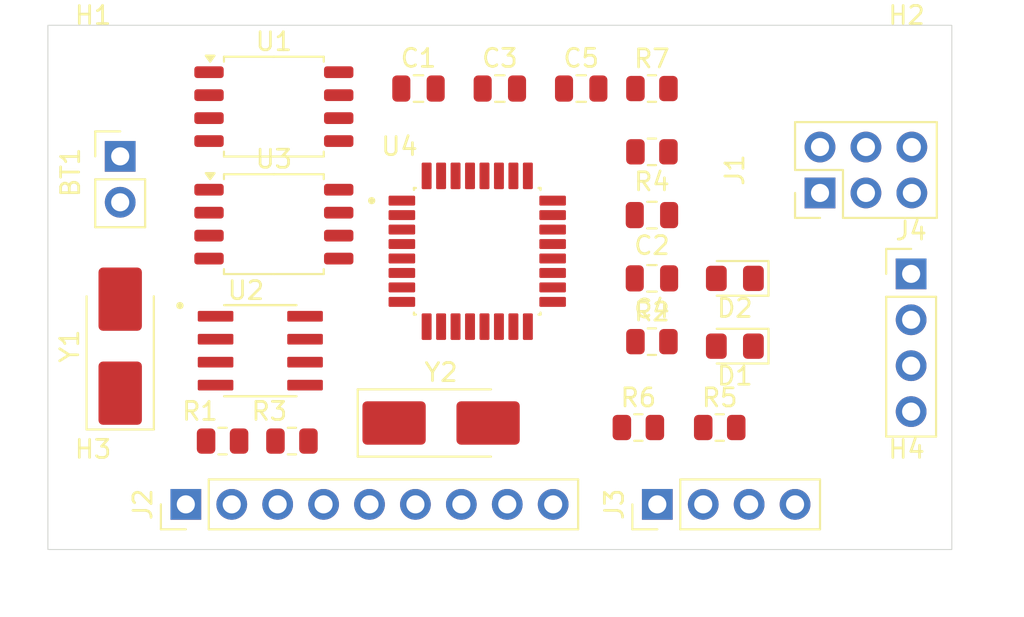
<source format=kicad_pcb>
(kicad_pcb (version 20241229) (generator "pcbnew") (generator_version "9.0")
  (title_block (title "${project_name}") (date "2025-08-07") (rev "1") (company "Motion Labs") (comment 1 "2-Layer PCB Version"))
  (layers (0 "F.Cu" mixed) (2 "B.Cu" mixed) (13 "F.Paste" user) (15 "B.Paste" user) (5 "F.SilkS" user "F.Silkscreen") (7 "B.SilkS" user "B.Silkscreen") (1 "F.Mask" user) (3 "B.Mask" user) (25 "Edge.Cuts" user))
  (property "project_name" "MCU Datalogger with memory and clock")
  (net 0 "")
  (net 1 "Net-(BT1-+)")
  (net 2 "GND")
  (net 3 "/Vcc")
  (net 4 "Net-(U4-PB6)")
  (net 5 "Net-(U4-PB7)")
  (net 6 "Net-(U4-AREF)")
  (net 7 "Net-(D1-K)")
  (net 8 "/SCK")
  (net 9 "Net-(D2-K)")
  (net 10 "/RESET")
  (net 11 "/MISO")
  (net 12 "/MOSI")
  (net 13 "/D3")
  (net 14 "/D4")
  (net 15 "/D6")
  (net 16 "/D8")
  (net 17 "/D5")
  (net 18 "/D7")
  (net 19 "/D2")
  (net 20 "/SDA")
  (net 21 "/TX")
  (net 22 "/RX")
  (net 23 "Net-(U2-~{INTA})")
  (net 24 "Net-(U2-SQW{slash}~INT)")
  (net 25 "Net-(U2-X2)")
  (net 26 "Net-(U2-X1)")
  (footprint "MountingHole:MountingHole_2.1mm" (layer "F.Cu") (at 64.5 104.5)
    (property "Reference" "H3" (at 0 -3.05 0) (layer "F.SilkS"))
    (property "Value" "MountingHole")
    (pad "" np_thru_hole circle (at 0 0) (size 2.1 2.1) (drill 2.1) (layers "*.Cu" "*.Mask"))
  )
  (footprint "Connector_PinHeader_2.54mm:PinHeader_1x09_P2.54mm_Vertical" (layer "F.Cu") (at 69.63 104.5 90)
    (property "Reference" "J2" (at 0 -2.38 90) (layer "F.SilkS"))
    (property "Value" "Conn_01x09_Pin")
    (fp_line (start -1.38 -1.38) (end 0 -1.38) (stroke (width 0.12)) (layer "F.SilkS"))
    (fp_line (start -1.38 0) (end -1.38 -1.38) (stroke (width 0.12)) (layer "F.SilkS"))
    (fp_line (start 1.38 1.27) (end 1.38 21.7) (stroke (width 0.12)) (layer "F.SilkS"))
    (fp_line (start -1.38 1.27) (end 1.38 1.27) (stroke (width 0.12)) (layer "F.SilkS"))
    (fp_line (start -1.38 1.27) (end -1.38 21.7) (stroke (width 0.12)) (layer "F.SilkS"))
    (fp_line (start -1.38 21.7) (end 1.38 21.7) (stroke (width 0.12)) (layer "F.SilkS"))
    (pad "1" thru_hole rect (at 0 0 90) (size 1.7 1.7) (drill 1) (layers "*.Cu" "*.Mask") (net 19 "/D2"))
    (pad "2" thru_hole circle (at 0 2.54 90) (size 1.7 1.7) (drill 1) (layers "*.Cu" "*.Mask") (net 13 "/D3"))
    (pad "3" thru_hole circle (at 0 5.08 90) (size 1.7 1.7) (drill 1) (layers "*.Cu" "*.Mask") (net 14 "/D4"))
    (pad "4" thru_hole circle (at 0 7.62 90) (size 1.7 1.7) (drill 1) (layers "*.Cu" "*.Mask") (net 17 "/D5"))
    (pad "5" thru_hole circle (at 0 10.16 90) (size 1.7 1.7) (drill 1) (layers "*.Cu" "*.Mask") (net 15 "/D6"))
    (pad "6" thru_hole circle (at 0 12.7 90) (size 1.7 1.7) (drill 1) (layers "*.Cu" "*.Mask") (net 18 "/D7"))
    (pad "7" thru_hole circle (at 0 15.24 90) (size 1.7 1.7) (drill 1) (layers "*.Cu" "*.Mask") (net 16 "/D8"))
    (pad "8" thru_hole circle (at 0 17.78 90) (size 1.7 1.7) (drill 1) (layers "*.Cu" "*.Mask") (net 2 "GND"))
    (pad "9" thru_hole circle (at 0 20.32 90) (size 1.7 1.7) (drill 1) (layers "*.Cu" "*.Mask") (net 3 "/Vcc"))
  )
  (footprint "Capacitor_SMD:C_0805_2012Metric" (layer "F.Cu") (at 91.5 81.5)
    (property "Reference" "C5" (at 0 -1.68 0) (layer "F.SilkS"))
    (property "Value" "100mF")
    (fp_line (start -0.261252 -0.735) (end 0.261252 -0.735) (stroke (width 0.12)) (layer "F.SilkS"))
    (fp_line (start -0.261252 0.735) (end 0.261252 0.735) (stroke (width 0.12)) (layer "F.SilkS"))
    (pad "1" smd roundrect (at -0.95 0) (size 1 1.45) (layers "F.Cu" "F.Mask" "F.Paste") (net 1 "Net-(BT1-+)"))
    (pad "2" smd roundrect (at 0.95 0) (size 1 1.45) (layers "F.Cu" "F.Mask" "F.Paste") (net 2 "GND"))
  )
  (footprint "Package_SO:SOIC-8_5.3x5.3mm_P1.27mm" (layer "F.Cu") (at 74.5 82.5)
    (property "Reference" "U1" (at 0 -3.6 0) (layer "F.SilkS"))
    (property "Value" "24LC1025")
    (fp_line (start -2.76 -2.76) (end -2.76 -2.49) (stroke (width 0.12)) (layer "F.SilkS"))
    (fp_line (start -2.76 2.76) (end -2.76 2.49) (stroke (width 0.12)) (layer "F.SilkS"))
    (fp_line (start 0 -2.76) (end -2.76 -2.76) (stroke (width 0.12)) (layer "F.SilkS"))
    (fp_line (start 0 -2.76) (end 2.76 -2.76) (stroke (width 0.12)) (layer "F.SilkS"))
    (fp_line (start 0 2.76) (end -2.76 2.76) (stroke (width 0.12)) (layer "F.SilkS"))
    (fp_line (start 0 2.76) (end 2.76 2.76) (stroke (width 0.12)) (layer "F.SilkS"))
    (fp_line (start 2.76 -2.76) (end 2.76 -2.49) (stroke (width 0.12)) (layer "F.SilkS"))
    (fp_line (start 2.76 2.76) (end 2.76 2.49) (stroke (width 0.12)) (layer "F.SilkS"))
    (fp_poly (pts (xy -3.525 -2.49) (xy -3.765 -2.82) (xy -3.285 -2.82)) (stroke (width 0.12)) (fill yes) (layer "F.SilkS"))
    (pad "1" smd roundrect (at -3.5875 -1.905) (size 1.625 0.65) (layers "F.Cu" "F.Mask" "F.Paste") (net 3 "/Vcc"))
    (pad "2" smd roundrect (at -3.5875 -0.635) (size 1.625 0.65) (layers "F.Cu" "F.Mask" "F.Paste") (net 3 "/Vcc"))
    (pad "3" smd roundrect (at -3.5875 0.635) (size 1.625 0.65) (layers "F.Cu" "F.Mask" "F.Paste") (net 3 "/Vcc"))
    (pad "4" smd roundrect (at -3.5875 1.905) (size 1.625 0.65) (layers "F.Cu" "F.Mask" "F.Paste") (net 2 "GND"))
    (pad "5" smd roundrect (at 3.5875 1.905) (size 1.625 0.65) (layers "F.Cu" "F.Mask" "F.Paste") (net 20 "/SDA"))
    (pad "6" smd roundrect (at 3.5875 0.635) (size 1.625 0.65) (layers "F.Cu" "F.Mask" "F.Paste") (net 8 "/SCK"))
    (pad "7" smd roundrect (at 3.5875 -0.635) (size 1.625 0.65) (layers "F.Cu" "F.Mask" "F.Paste") (net 2 "GND"))
    (pad "8" smd roundrect (at 3.5875 -1.905) (size 1.625 0.65) (layers "F.Cu" "F.Mask" "F.Paste") (net 3 "/Vcc"))
  )
  (footprint "Connector_PinHeader_2.54mm:PinHeader_1x02_P2.54mm_Vertical" (layer "F.Cu") (at 66 85.25)
    (property "Reference" "BT1" (at -2.75 0.89 90) (layer "F.SilkS"))
    (property "Value" "Battery")
    (fp_line (start -1.38 -1.38) (end 0 -1.38) (stroke (width 0.12)) (layer "F.SilkS"))
    (fp_line (start -1.38 0) (end -1.38 -1.38) (stroke (width 0.12)) (layer "F.SilkS"))
    (fp_line (start -1.38 1.27) (end -1.38 3.92) (stroke (width 0.12)) (layer "F.SilkS"))
    (fp_line (start -1.38 1.27) (end 1.38 1.27) (stroke (width 0.12)) (layer "F.SilkS"))
    (fp_line (start -1.38 3.92) (end 1.38 3.92) (stroke (width 0.12)) (layer "F.SilkS"))
    (fp_line (start 1.38 1.27) (end 1.38 3.92) (stroke (width 0.12)) (layer "F.SilkS"))
    (pad "1" thru_hole rect (at 0 0) (size 1.7 1.7) (drill 1) (layers "*.Cu" "*.Mask") (net 1 "Net-(BT1-+)"))
    (pad "2" thru_hole circle (at 0 2.54) (size 1.7 1.7) (drill 1) (layers "*.Cu" "*.Mask") (net 2 "GND"))
  )
  (footprint "LED_SMD:LED_0805_2012Metric_Pad1.15x1.40mm_HandSolder" (layer "F.Cu") (at 100 95.75 180)
    (property "Reference" "D1" (at 0 -1.65 0) (layer "F.SilkS"))
    (property "Value" "LED")
    (fp_line (start 1 -0.96) (end -1.86 -0.96) (stroke (width 0.12)) (layer "F.SilkS"))
    (fp_line (start -1.86 0.96) (end 1 0.96) (stroke (width 0.12)) (layer "F.SilkS"))
    (fp_line (start -1.86 -0.96) (end -1.86 0.96) (stroke (width 0.12)) (layer "F.SilkS"))
    (pad "1" smd roundrect (at -1.025 0 180) (size 1.15 1.4) (layers "F.Cu" "F.Mask" "F.Paste") (roundrect_rratio 0.217391) (net 7 "Net-(D1-K)"))
    (pad "2" smd roundrect (at 1.025 0 180) (size 1.15 1.4) (layers "F.Cu" "F.Mask" "F.Paste") (roundrect_rratio 0.217391) (net 8 "/SCK"))
  )
  (footprint "Resistor_SMD:R_0805_2012Metric" (layer "F.Cu") (at 75.5 101)
    (property "Reference" "R3" (at -1.25 -1.65 0) (layer "F.SilkS"))
    (property "Value" "15 K")
    (fp_line (start -0.227064 -0.735) (end 0.227064 -0.735) (stroke (width 0.12)) (layer "F.SilkS"))
    (fp_line (start -0.227064 0.735) (end 0.227064 0.735) (stroke (width 0.12)) (layer "F.SilkS"))
    (pad "1" smd roundrect (at -0.9125 0) (size 1.025 1.4) (layers "F.Cu" "F.Mask" "F.Paste") (roundrect_rratio 0.243902) (net 3 "/Vcc"))
    (pad "2" smd roundrect (at 0.9125 0) (size 1.025 1.4) (layers "F.Cu" "F.Mask" "F.Paste") (roundrect_rratio 0.243902) (net 24 "Net-(U2-SQW{slash}~INT)"))
  )
  (footprint "Resistor_SMD:R_0805_2012Metric" (layer "F.Cu") (at 95.4125 95.5)
    (property "Reference" "R2" (at 0 -1.65 0) (layer "F.SilkS"))
    (property "Value" "4.7K")
    (fp_line (start -0.227064 -0.735) (end 0.227064 -0.735) (stroke (width 0.12)) (layer "F.SilkS"))
    (fp_line (start -0.227064 0.735) (end 0.227064 0.735) (stroke (width 0.12)) (layer "F.SilkS"))
    (pad "1" smd roundrect (at -0.9125 0) (size 1.025 1.4) (layers "F.Cu" "F.Mask" "F.Paste") (roundrect_rratio 0.243902) (net 3 "/Vcc"))
    (pad "2" smd roundrect (at 0.9125 0) (size 1.025 1.4) (layers "F.Cu" "F.Mask" "F.Paste") (roundrect_rratio 0.243902) (net 8 "/SCK"))
  )
  (footprint "Resistor_SMD:R_0805_2012Metric" (layer "F.Cu") (at 94.6625 100.25)
    (property "Reference" "R6" (at 0 -1.65 0) (layer "F.SilkS"))
    (property "Value" "10K")
    (fp_line (start -0.227064 -0.735) (end 0.227064 -0.735) (stroke (width 0.12)) (layer "F.SilkS"))
    (fp_line (start -0.227064 0.735) (end 0.227064 0.735) (stroke (width 0.12)) (layer "F.SilkS"))
    (pad "1" smd roundrect (at -0.9125 0) (size 1.025 1.4) (layers "F.Cu" "F.Mask" "F.Paste") (roundrect_rratio 0.243902) (net 3 "/Vcc"))
    (pad "2" smd roundrect (at 0.9125 0) (size 1.025 1.4) (layers "F.Cu" "F.Mask" "F.Paste") (roundrect_rratio 0.243902) (net 10 "/RESET"))
  )
  (footprint "MountingHole:MountingHole_2.1mm" (layer "F.Cu") (at 109.5 80.5)
    (property "Reference" "H2" (at 0 -3.05 0) (layer "F.SilkS"))
    (property "Value" "MountingHole")
    (pad "" np_thru_hole circle (at 0 0) (size 2.1 2.1) (drill 2.1) (layers "*.Cu" "*.Mask"))
  )
  (footprint "Resistor_SMD:R_0805_2012Metric" (layer "F.Cu") (at 95.4125 85 180)
    (property "Reference" "R4" (at 0 -1.65 0) (layer "F.SilkS"))
    (property "Value" "4.7K")
    (fp_line (start -0.227064 0.735) (end 0.227064 0.735) (stroke (width 0.12)) (layer "F.SilkS"))
    (fp_line (start -0.227064 -0.735) (end 0.227064 -0.735) (stroke (width 0.12)) (layer "F.SilkS"))
    (pad "1" smd roundrect (at -0.9125 0 180) (size 1.025 1.4) (layers "F.Cu" "F.Mask" "F.Paste") (roundrect_rratio 0.243902) (net 3 "/Vcc"))
    (pad "2" smd roundrect (at 0.9125 0 180) (size 1.025 1.4) (layers "F.Cu" "F.Mask" "F.Paste") (roundrect_rratio 0.243902) (net 20 "/SDA"))
  )
  (footprint "Capacitor_SMD:C_0805_2012Metric" (layer "F.Cu") (at 95.4125 88.5 180)
    (property "Reference" "C2" (at 0 -1.68 0) (layer "F.SilkS"))
    (property "Value" "22pF")
    (fp_line (start -0.261252 0.735) (end 0.261252 0.735) (stroke (width 0.12)) (layer "F.SilkS"))
    (fp_line (start -0.261252 -0.735) (end 0.261252 -0.735) (stroke (width 0.12)) (layer "F.SilkS"))
    (pad "1" smd roundrect (at -0.95 0 180) (size 1 1.45) (layers "F.Cu" "F.Mask" "F.Paste") (net 2 "GND"))
    (pad "2" smd roundrect (at 0.95 0 180) (size 1 1.45) (layers "F.Cu" "F.Mask" "F.Paste") (net 4 "Net-(U4-PB6)"))
  )
  (footprint "Package_SO:SOIC-8_5.3x5.3mm_P1.27mm" (layer "F.Cu") (at 74.5 89)
    (property "Reference" "U3" (at 0 -3.6 0) (layer "F.SilkS"))
    (property "Value" "24LC1025")
    (fp_line (start -2.76 -2.76) (end -2.76 -2.49) (stroke (width 0.12)) (layer "F.SilkS"))
    (fp_line (start -2.76 2.76) (end -2.76 2.49) (stroke (width 0.12)) (layer "F.SilkS"))
    (fp_line (start 0 -2.76) (end -2.76 -2.76) (stroke (width 0.12)) (layer "F.SilkS"))
    (fp_line (start 0 -2.76) (end 2.76 -2.76) (stroke (width 0.12)) (layer "F.SilkS"))
    (fp_line (start 0 2.76) (end -2.76 2.76) (stroke (width 0.12)) (layer "F.SilkS"))
    (fp_line (start 0 2.76) (end 2.76 2.76) (stroke (width 0.12)) (layer "F.SilkS"))
    (fp_line (start 2.76 -2.76) (end 2.76 -2.49) (stroke (width 0.12)) (layer "F.SilkS"))
    (fp_line (start 2.76 2.76) (end 2.76 2.49) (stroke (width 0.12)) (layer "F.SilkS"))
    (fp_poly (pts (xy -3.525 -2.49) (xy -3.765 -2.82) (xy -3.285 -2.82)) (stroke (width 0.12)) (fill yes) (layer "F.SilkS"))
    (pad "1" smd roundrect (at -3.5875 -1.905) (size 1.625 0.65) (layers "F.Cu" "F.Mask" "F.Paste") (net 3 "/Vcc"))
    (pad "2" smd roundrect (at -3.5875 -0.635) (size 1.625 0.65) (layers "F.Cu" "F.Mask" "F.Paste") (net 2 "GND"))
    (pad "3" smd roundrect (at -3.5875 0.635) (size 1.625 0.65) (layers "F.Cu" "F.Mask" "F.Paste") (net 3 "/Vcc"))
    (pad "4" smd roundrect (at -3.5875 1.905) (size 1.625 0.65) (layers "F.Cu" "F.Mask" "F.Paste") (net 2 "GND"))
    (pad "5" smd roundrect (at 3.5875 1.905) (size 1.625 0.65) (layers "F.Cu" "F.Mask" "F.Paste") (net 20 "/SDA"))
    (pad "6" smd roundrect (at 3.5875 0.635) (size 1.625 0.65) (layers "F.Cu" "F.Mask" "F.Paste") (net 8 "/SCK"))
    (pad "7" smd roundrect (at 3.5875 -0.635) (size 1.625 0.65) (layers "F.Cu" "F.Mask" "F.Paste") (net 2 "GND"))
    (pad "8" smd roundrect (at 3.5875 -1.905) (size 1.625 0.65) (layers "F.Cu" "F.Mask" "F.Paste") (net 3 "/Vcc"))
  )
  (footprint "Footprints:SOIC127P600X175-8N" (layer "F.Cu") (at 73.75 96)
    (property "Reference" "U2" (at -0.795 -3.332 0) (layer "F.SilkS"))
    (property "Value" "DS1337S_")
    (fp_line (start -2 -2.52) (end 2 -2.52) (stroke (width 0.127)) (layer "F.SilkS"))
    (fp_line (start -2 2.52) (end 2 2.52) (stroke (width 0.127)) (layer "F.SilkS"))
    (fp_circle (center -4.445 -2.495) (end -4.345 -2.495) (stroke (width 0.2)) (fill no) (layer "F.SilkS"))
    (pad "1" smd roundrect (at -2.475 -1.905) (size 1.97 0.59) (layers "F.Cu" "F.Mask" "F.Paste") (roundrect_rratio 0.125) (net 26 "Net-(U2-X1)"))
    (pad "2" smd roundrect (at -2.475 -0.635) (size 1.97 0.59) (layers "F.Cu" "F.Mask" "F.Paste") (roundrect_rratio 0.125) (net 25 "Net-(U2-X2)"))
    (pad "3" smd roundrect (at -2.475 0.635) (size 1.97 0.59) (layers "F.Cu" "F.Mask" "F.Paste") (roundrect_rratio 0.125) (net 23 "Net-(U2-~{INTA})"))
    (pad "4" smd roundrect (at -2.475 1.905) (size 1.97 0.59) (layers "F.Cu" "F.Mask" "F.Paste") (roundrect_rratio 0.125) (net 2 "GND"))
    (pad "5" smd roundrect (at 2.475 1.905) (size 1.97 0.59) (layers "F.Cu" "F.Mask" "F.Paste") (roundrect_rratio 0.125) (net 20 "/SDA"))
    (pad "6" smd roundrect (at 2.475 0.635) (size 1.97 0.59) (layers "F.Cu" "F.Mask" "F.Paste") (roundrect_rratio 0.125) (net 8 "/SCK"))
    (pad "7" smd roundrect (at 2.475 -0.635) (size 1.97 0.59) (layers "F.Cu" "F.Mask" "F.Paste") (roundrect_rratio 0.125) (net 24 "Net-(U2-SQW{slash}~INT)"))
    (pad "8" smd roundrect (at 2.475 -1.905) (size 1.97 0.59) (layers "F.Cu" "F.Mask" "F.Paste") (roundrect_rratio 0.125) (net 3 "/Vcc"))
  )
  (footprint "Crystal:Crystal_SMD_5032-2Pin_5.0x3.2mm_HandSoldering" (layer "F.Cu") (at 66 95.75 90)
    (property "Reference" "Y1" (at 0 -2.8 90) (layer "F.SilkS"))
    (property "Value" "32.768 KHZ")
    (fp_line (start 2.76 -1.86) (end -4.61 -1.86) (stroke (width 0.12)) (layer "F.SilkS"))
    (fp_line (start -4.61 -1.86) (end -4.61 1.86) (stroke (width 0.12)) (layer "F.SilkS"))
    (fp_line (start -4.61 1.86) (end 2.76 1.86) (stroke (width 0.12)) (layer "F.SilkS"))
    (pad "1" smd roundrect (at -2.6 0 90) (size 3.5 2.4) (layers "F.Cu" "F.Mask" "F.Paste") (roundrect_rratio 0.104167) (net 25 "Net-(U2-X2)"))
    (pad "2" smd roundrect (at 2.6 0 90) (size 3.5 2.4) (layers "F.Cu" "F.Mask" "F.Paste") (roundrect_rratio 0.104167) (net 26 "Net-(U2-X1)"))
  )
  (footprint "LED_SMD:LED_0805_2012Metric_Pad1.15x1.40mm_HandSolder" (layer "F.Cu") (at 100 92 180)
    (property "Reference" "D2" (at 0 -1.65 0) (layer "F.SilkS"))
    (property "Value" "LED")
    (fp_line (start 1 -0.96) (end -1.86 -0.96) (stroke (width 0.12)) (layer "F.SilkS"))
    (fp_line (start -1.86 0.96) (end 1 0.96) (stroke (width 0.12)) (layer "F.SilkS"))
    (fp_line (start -1.86 -0.96) (end -1.86 0.96) (stroke (width 0.12)) (layer "F.SilkS"))
    (pad "1" smd roundrect (at -1.025 0 180) (size 1.15 1.4) (layers "F.Cu" "F.Mask" "F.Paste") (roundrect_rratio 0.217391) (net 9 "Net-(D2-K)"))
    (pad "2" smd roundrect (at 1.025 0 180) (size 1.15 1.4) (layers "F.Cu" "F.Mask" "F.Paste") (roundrect_rratio 0.217391) (net 1 "Net-(BT1-+)"))
  )
  (footprint "Capacitor_SMD:C_0805_2012Metric" (layer "F.Cu") (at 87 81.5)
    (property "Reference" "C3" (at 0 -1.68 0) (layer "F.SilkS"))
    (property "Value" "22pF")
    (fp_line (start -0.261252 -0.735) (end 0.261252 -0.735) (stroke (width 0.12)) (layer "F.SilkS"))
    (fp_line (start -0.261252 0.735) (end 0.261252 0.735) (stroke (width 0.12)) (layer "F.SilkS"))
    (pad "1" smd roundrect (at -0.95 0) (size 1 1.45) (layers "F.Cu" "F.Mask" "F.Paste") (net 2 "GND"))
    (pad "2" smd roundrect (at 0.95 0) (size 1 1.45) (layers "F.Cu" "F.Mask" "F.Paste") (net 5 "Net-(U4-PB7)"))
  )
  (footprint "Resistor_SMD:R_0805_2012Metric" (layer "F.Cu") (at 95.4125 81.5)
    (property "Reference" "R7" (at 0 -1.65 0) (layer "F.SilkS"))
    (property "Value" "330")
    (fp_line (start -0.227064 -0.735) (end 0.227064 -0.735) (stroke (width 0.12)) (layer "F.SilkS"))
    (fp_line (start -0.227064 0.735) (end 0.227064 0.735) (stroke (width 0.12)) (layer "F.SilkS"))
    (pad "1" smd roundrect (at -0.9125 0) (size 1.025 1.4) (layers "F.Cu" "F.Mask" "F.Paste") (roundrect_rratio 0.243902) (net 9 "Net-(D2-K)"))
    (pad "2" smd roundrect (at 0.9125 0) (size 1.025 1.4) (layers "F.Cu" "F.Mask" "F.Paste") (roundrect_rratio 0.243902) (net 2 "GND"))
  )
  (footprint "Footprints:QFP80P900X900X120-32N" (layer "F.Cu") (at 85.75 90.5)
    (property "Reference" "U4" (at -4.3 -5.8 0) (layer "F.SilkS"))
    (property "Value" "ATMEGA328P-AU")
    (fp_line (start -3.5 -3.5) (end -3.5 -3.395) (stroke (width 0.127)) (layer "F.SilkS"))
    (fp_line (start -3.5 -3.5) (end -3.395 -3.5) (stroke (width 0.127)) (layer "F.SilkS"))
    (fp_line (start -3.5 3.5) (end -3.5 3.395) (stroke (width 0.127)) (layer "F.SilkS"))
    (fp_line (start -3.5 3.5) (end -3.395 3.5) (stroke (width 0.127)) (layer "F.SilkS"))
    (fp_line (start 3.5 -3.5) (end 3.395 -3.5) (stroke (width 0.127)) (layer "F.SilkS"))
    (fp_line (start 3.5 -3.5) (end 3.5 -3.395) (stroke (width 0.127)) (layer "F.SilkS"))
    (fp_line (start 3.5 3.5) (end 3.395 3.5) (stroke (width 0.127)) (layer "F.SilkS"))
    (fp_line (start 3.5 3.5) (end 3.5 3.395) (stroke (width 0.127)) (layer "F.SilkS"))
    (fp_circle (center -5.84 -2.8) (end -5.74 -2.8) (stroke (width 0.2)) (fill no) (layer "F.SilkS"))
    (pad "1" smd roundrect (at -4.17 -2.8) (size 1.47 0.55) (layers "F.Cu" "F.Mask" "F.Paste") (roundrect_rratio 0.125) (net 13 "/D3"))
    (pad "2" smd roundrect (at -4.17 -2) (size 1.47 0.55) (layers "F.Cu" "F.Mask" "F.Paste") (roundrect_rratio 0.125) (net 14 "/D4"))
    (pad "3" smd roundrect (at -4.17 -1.2) (size 1.47 0.55) (layers "F.Cu" "F.Mask" "F.Paste") (roundrect_rratio 0.125) (net 2 "GND"))
    (pad "4" smd roundrect (at -4.17 -0.4) (size 1.47 0.55) (layers "F.Cu" "F.Mask" "F.Paste") (roundrect_rratio 0.125) (net 1 "Net-(BT1-+)"))
    (pad "5" smd roundrect (at -4.17 0.4) (size 1.47 0.55) (layers "F.Cu" "F.Mask" "F.Paste") (roundrect_rratio 0.125) (net 2 "GND"))
    (pad "6" smd roundrect (at -4.17 1.2) (size 1.47 0.55) (layers "F.Cu" "F.Mask" "F.Paste") (roundrect_rratio 0.125))
    (pad "7" smd roundrect (at -4.17 2) (size 1.47 0.55) (layers "F.Cu" "F.Mask" "F.Paste") (roundrect_rratio 0.125) (net 4 "Net-(U4-PB6)"))
    (pad "8" smd roundrect (at -4.17 2.8) (size 1.47 0.55) (layers "F.Cu" "F.Mask" "F.Paste") (roundrect_rratio 0.125) (net 5 "Net-(U4-PB7)"))
    (pad "9" smd roundrect (at -2.8 4.17) (size 0.55 1.47) (layers "F.Cu" "F.Mask" "F.Paste") (roundrect_rratio 0.125) (net 17 "/D5"))
    (pad "10" smd roundrect (at -2 4.17) (size 0.55 1.47) (layers "F.Cu" "F.Mask" "F.Paste") (roundrect_rratio 0.125) (net 15 "/D6"))
    (pad "11" smd roundrect (at -1.2 4.17) (size 0.55 1.47) (layers "F.Cu" "F.Mask" "F.Paste") (roundrect_rratio 0.125) (net 18 "/D7"))
    (pad "12" smd roundrect (at -0.4 4.17) (size 0.55 1.47) (layers "F.Cu" "F.Mask" "F.Paste") (roundrect_rratio 0.125) (net 16 "/D8"))
    (pad "13" smd roundrect (at 0.4 4.17) (size 0.55 1.47) (layers "F.Cu" "F.Mask" "F.Paste") (roundrect_rratio 0.125))
    (pad "14" smd roundrect (at 1.2 4.17) (size 0.55 1.47) (layers "F.Cu" "F.Mask" "F.Paste") (roundrect_rratio 0.125))
    (pad "15" smd roundrect (at 2 4.17) (size 0.55 1.47) (layers "F.Cu" "F.Mask" "F.Paste") (roundrect_rratio 0.125) (net 12 "/MOSI"))
    (pad "16" smd roundrect (at 2.8 4.17) (size 0.55 1.47) (layers "F.Cu" "F.Mask" "F.Paste") (roundrect_rratio 0.125) (net 11 "/MISO"))
    (pad "17" smd roundrect (at 4.17 2.8) (size 1.47 0.55) (layers "F.Cu" "F.Mask" "F.Paste") (roundrect_rratio 0.125) (net 8 "/SCK"))
    (pad "18" smd roundrect (at 4.17 2) (size 1.47 0.55) (layers "F.Cu" "F.Mask" "F.Paste") (roundrect_rratio 0.125) (net 1 "Net-(BT1-+)"))
    (pad "19" smd roundrect (at 4.17 1.2) (size 1.47 0.55) (layers "F.Cu" "F.Mask" "F.Paste") (roundrect_rratio 0.125))
    (pad "20" smd roundrect (at 4.17 0.4) (size 1.47 0.55) (layers "F.Cu" "F.Mask" "F.Paste") (roundrect_rratio 0.125) (net 6 "Net-(U4-AREF)"))
    (pad "21" smd roundrect (at 4.17 -0.4) (size 1.47 0.55) (layers "F.Cu" "F.Mask" "F.Paste") (roundrect_rratio 0.125) (net 2 "GND"))
    (pad "22" smd roundrect (at 4.17 -1.2) (size 1.47 0.55) (layers "F.Cu" "F.Mask" "F.Paste") (roundrect_rratio 0.125))
    (pad "23" smd roundrect (at 4.17 -2) (size 1.47 0.55) (layers "F.Cu" "F.Mask" "F.Paste") (roundrect_rratio 0.125))
    (pad "24" smd roundrect (at 4.17 -2.8) (size 1.47 0.55) (layers "F.Cu" "F.Mask" "F.Paste") (roundrect_rratio 0.125))
    (pad "25" smd roundrect (at 2.8 -4.17) (size 0.55 1.47) (layers "F.Cu" "F.Mask" "F.Paste") (roundrect_rratio 0.125))
    (pad "26" smd roundrect (at 2 -4.17) (size 0.55 1.47) (layers "F.Cu" "F.Mask" "F.Paste") (roundrect_rratio 0.125))
    (pad "27" smd roundrect (at 1.2 -4.17) (size 0.55 1.47) (layers "F.Cu" "F.Mask" "F.Paste") (roundrect_rratio 0.125) (net 20 "/SDA"))
    (pad "28" smd roundrect (at 0.4 -4.17) (size 0.55 1.47) (layers "F.Cu" "F.Mask" "F.Paste") (roundrect_rratio 0.125) (net 8 "/SCK"))
    (pad "29" smd roundrect (at -0.4 -4.17) (size 0.55 1.47) (layers "F.Cu" "F.Mask" "F.Paste") (roundrect_rratio 0.125) (net 10 "/RESET"))
    (pad "30" smd roundrect (at -1.2 -4.17) (size 0.55 1.47) (layers "F.Cu" "F.Mask" "F.Paste") (roundrect_rratio 0.125) (net 22 "/RX"))
    (pad "31" smd roundrect (at -2 -4.17) (size 0.55 1.47) (layers "F.Cu" "F.Mask" "F.Paste") (roundrect_rratio 0.125) (net 21 "/TX"))
    (pad "32" smd roundrect (at -2.8 -4.17) (size 0.55 1.47) (layers "F.Cu" "F.Mask" "F.Paste") (roundrect_rratio 0.125) (net 19 "/D2"))
  )
  (footprint "Capacitor_SMD:C_0805_2012Metric" (layer "F.Cu") (at 95.4125 92 180)
    (property "Reference" "C4" (at 0 -1.68 0) (layer "F.SilkS"))
    (property "Value" "0.1 µF")
    (fp_line (start -0.261252 0.735) (end 0.261252 0.735) (stroke (width 0.12)) (layer "F.SilkS"))
    (fp_line (start -0.261252 -0.735) (end 0.261252 -0.735) (stroke (width 0.12)) (layer "F.SilkS"))
    (pad "1" smd roundrect (at -0.95 0 180) (size 1 1.45) (layers "F.Cu" "F.Mask" "F.Paste") (net 2 "GND"))
    (pad "2" smd roundrect (at 0.95 0 180) (size 1 1.45) (layers "F.Cu" "F.Mask" "F.Paste") (net 6 "Net-(U4-AREF)"))
  )
  (footprint "Connector_PinHeader_2.54mm:PinHeader_1x04_P2.54mm_Vertical" (layer "F.Cu") (at 109.75 91.75)
    (property "Reference" "J4" (at 0 -2.38 0) (layer "F.SilkS"))
    (property "Value" "Conn_01x04_Pin")
    (fp_line (start -1.38 -1.38) (end 0 -1.38) (stroke (width 0.12)) (layer "F.SilkS"))
    (fp_line (start -1.38 0) (end -1.38 -1.38) (stroke (width 0.12)) (layer "F.SilkS"))
    (fp_line (start -1.38 1.27) (end -1.38 9) (stroke (width 0.12)) (layer "F.SilkS"))
    (fp_line (start -1.38 1.27) (end 1.38 1.27) (stroke (width 0.12)) (layer "F.SilkS"))
    (fp_line (start -1.38 9) (end 1.38 9) (stroke (width 0.12)) (layer "F.SilkS"))
    (fp_line (start 1.38 1.27) (end 1.38 9) (stroke (width 0.12)) (layer "F.SilkS"))
    (pad "1" thru_hole rect (at 0 0) (size 1.7 1.7) (drill 1) (layers "*.Cu" "*.Mask") (net 2 "GND"))
    (pad "2" thru_hole circle (at 0 2.54) (size 1.7 1.7) (drill 1) (layers "*.Cu" "*.Mask") (net 3 "/Vcc"))
    (pad "3" thru_hole circle (at 0 5.08) (size 1.7 1.7) (drill 1) (layers "*.Cu" "*.Mask") (net 22 "/RX"))
    (pad "4" thru_hole circle (at 0 7.62) (size 1.7 1.7) (drill 1) (layers "*.Cu" "*.Mask") (net 21 "/TX"))
  )
  (footprint "Connector_PinHeader_2.54mm:PinHeader_1x04_P2.54mm_Vertical" (layer "F.Cu") (at 95.71 104.5 90)
    (property "Reference" "J3" (at 0 -2.38 90) (layer "F.SilkS"))
    (property "Value" "Conn_01x04_Pin")
    (fp_line (start -1.38 -1.38) (end 0 -1.38) (stroke (width 0.12)) (layer "F.SilkS"))
    (fp_line (start -1.38 0) (end -1.38 -1.38) (stroke (width 0.12)) (layer "F.SilkS"))
    (fp_line (start 1.38 1.27) (end 1.38 9) (stroke (width 0.12)) (layer "F.SilkS"))
    (fp_line (start -1.38 1.27) (end 1.38 1.27) (stroke (width 0.12)) (layer "F.SilkS"))
    (fp_line (start -1.38 1.27) (end -1.38 9) (stroke (width 0.12)) (layer "F.SilkS"))
    (fp_line (start -1.38 9) (end 1.38 9) (stroke (width 0.12)) (layer "F.SilkS"))
    (pad "1" thru_hole rect (at 0 0 90) (size 1.7 1.7) (drill 1) (layers "*.Cu" "*.Mask") (net 2 "GND"))
    (pad "2" thru_hole circle (at 0 2.54 90) (size 1.7 1.7) (drill 1) (layers "*.Cu" "*.Mask") (net 3 "/Vcc"))
    (pad "3" thru_hole circle (at 0 5.08 90) (size 1.7 1.7) (drill 1) (layers "*.Cu" "*.Mask") (net 20 "/SDA"))
    (pad "4" thru_hole circle (at 0 7.62 90) (size 1.7 1.7) (drill 1) (layers "*.Cu" "*.Mask") (net 8 "/SCK"))
  )
  (footprint "Resistor_SMD:R_0805_2012Metric" (layer "F.Cu") (at 71.6625 101)
    (property "Reference" "R1" (at -1.25 -1.65 0) (layer "F.SilkS"))
    (property "Value" "10 K")
    (fp_line (start -0.227064 -0.735) (end 0.227064 -0.735) (stroke (width 0.12)) (layer "F.SilkS"))
    (fp_line (start -0.227064 0.735) (end 0.227064 0.735) (stroke (width 0.12)) (layer "F.SilkS"))
    (pad "1" smd roundrect (at -0.9125 0) (size 1.025 1.4) (layers "F.Cu" "F.Mask" "F.Paste") (roundrect_rratio 0.243902) (net 3 "/Vcc"))
    (pad "2" smd roundrect (at 0.9125 0) (size 1.025 1.4) (layers "F.Cu" "F.Mask" "F.Paste") (roundrect_rratio 0.243902) (net 23 "Net-(U2-~{INTA})"))
  )
  (footprint "Connector_PinHeader_2.54mm:PinHeader_2x03_P2.54mm_Vertical" (layer "F.Cu") (at 104.71 87.275 90)
    (property "Reference" "J1" (at 1.27 -4.7175 90) (layer "F.SilkS"))
    (property "Value" "Conn_02x03_Odd_Even")
    (fp_line (start 3.92 -1.38) (end 3.92 6.46) (stroke (width 0.12)) (layer "F.SilkS"))
    (fp_line (start 1.27 -1.38) (end 3.92 -1.38) (stroke (width 0.12)) (layer "F.SilkS"))
    (fp_line (start -1.38 -1.38) (end 0 -1.38) (stroke (width 0.12)) (layer "F.SilkS"))
    (fp_line (start -1.38 0) (end -1.38 -1.38) (stroke (width 0.12)) (layer "F.SilkS"))
    (fp_line (start 1.27 1.27) (end 1.27 -1.38) (stroke (width 0.12)) (layer "F.SilkS"))
    (fp_line (start -1.38 1.27) (end 1.27 1.27) (stroke (width 0.12)) (layer "F.SilkS"))
    (fp_line (start -1.38 1.27) (end -1.38 6.46) (stroke (width 0.12)) (layer "F.SilkS"))
    (fp_line (start -1.38 6.46) (end 3.92 6.46) (stroke (width 0.12)) (layer "F.SilkS"))
    (pad "1" thru_hole rect (at 0 0 90) (size 1.7 1.7) (drill 1) (layers "*.Cu" "*.Mask") (net 11 "/MISO"))
    (pad "2" thru_hole circle (at 2.54 0 90) (size 1.7 1.7) (drill 1) (layers "*.Cu" "*.Mask") (net 3 "/Vcc"))
    (pad "3" thru_hole circle (at 0 2.54 90) (size 1.7 1.7) (drill 1) (layers "*.Cu" "*.Mask") (net 8 "/SCK"))
    (pad "4" thru_hole circle (at 2.54 2.54 90) (size 1.7 1.7) (drill 1) (layers "*.Cu" "*.Mask") (net 12 "/MOSI"))
    (pad "5" thru_hole circle (at 0 5.08 90) (size 1.7 1.7) (drill 1) (layers "*.Cu" "*.Mask") (net 10 "/RESET"))
    (pad "6" thru_hole circle (at 2.54 5.08 90) (size 1.7 1.7) (drill 1) (layers "*.Cu" "*.Mask") (net 2 "GND"))
  )
  (footprint "MountingHole:MountingHole_2.1mm" (layer "F.Cu") (at 64.5 80.5)
    (property "Reference" "H1" (at 0 -3.05 0) (layer "F.SilkS"))
    (property "Value" "MountingHole")
    (pad "" np_thru_hole circle (at 0 0) (size 2.1 2.1) (drill 2.1) (layers "*.Cu" "*.Mask"))
  )
  (footprint "Capacitor_SMD:C_0805_2012Metric" (layer "F.Cu") (at 82.5 81.5)
    (property "Reference" "C1" (at 0 -1.68 0) (layer "F.SilkS"))
    (property "Value" "0.1 µF")
    (fp_line (start -0.261252 -0.735) (end 0.261252 -0.735) (stroke (width 0.12)) (layer "F.SilkS"))
    (fp_line (start -0.261252 0.735) (end 0.261252 0.735) (stroke (width 0.12)) (layer "F.SilkS"))
    (pad "1" smd roundrect (at -0.95 0) (size 1 1.45) (layers "F.Cu" "F.Mask" "F.Paste") (net 3 "/Vcc"))
    (pad "2" smd roundrect (at 0.95 0) (size 1 1.45) (layers "F.Cu" "F.Mask" "F.Paste") (net 2 "GND"))
  )
  (footprint "Resistor_SMD:R_0805_2012Metric" (layer "F.Cu") (at 99.1625 100.25)
    (property "Reference" "R5" (at 0 -1.65 0) (layer "F.SilkS"))
    (property "Value" "330")
    (fp_line (start -0.227064 -0.735) (end 0.227064 -0.735) (stroke (width 0.12)) (layer "F.SilkS"))
    (fp_line (start -0.227064 0.735) (end 0.227064 0.735) (stroke (width 0.12)) (layer "F.SilkS"))
    (pad "1" smd roundrect (at -0.9125 0) (size 1.025 1.4) (layers "F.Cu" "F.Mask" "F.Paste") (roundrect_rratio 0.243902) (net 2 "GND"))
    (pad "2" smd roundrect (at 0.9125 0) (size 1.025 1.4) (layers "F.Cu" "F.Mask" "F.Paste") (roundrect_rratio 0.243902) (net 7 "Net-(D1-K)"))
  )
  (footprint "Crystal:Crystal_SMD_5032-2Pin_5.0x3.2mm_HandSoldering" (layer "F.Cu") (at 83.75 100)
    (property "Reference" "Y2" (at 0 -2.8 0) (layer "F.SilkS"))
    (property "Value" "16 Mhz")
    (fp_line (start -4.61 -1.86) (end -4.61 1.86) (stroke (width 0.12)) (layer "F.SilkS"))
    (fp_line (start -4.61 1.86) (end 2.76 1.86) (stroke (width 0.12)) (layer "F.SilkS"))
    (fp_line (start 2.76 -1.86) (end -4.61 -1.86) (stroke (width 0.12)) (layer "F.SilkS"))
    (pad "1" smd roundrect (at -2.6 0) (size 3.5 2.4) (layers "F.Cu" "F.Mask" "F.Paste") (roundrect_rratio 0.104167) (net 5 "Net-(U4-PB7)"))
    (pad "2" smd roundrect (at 2.6 0) (size 3.5 2.4) (layers "F.Cu" "F.Mask" "F.Paste") (roundrect_rratio 0.104167) (net 4 "Net-(U4-PB6)"))
  )
  (footprint "MountingHole:MountingHole_2.1mm" (layer "F.Cu") (at 109.5 104.5)
    (property "Reference" "H4" (at 0 -3.05 0) (layer "F.SilkS"))
    (property "Value" "MountingHole")
    (pad "" np_thru_hole circle (at 0 0) (size 2.1 2.1) (drill 2.1) (layers "*.Cu" "*.Mask"))
  )
  (gr_rect (start 62 78) (end 112 107) (stroke (width 0.05)) (fill no) (layer "Edge.Cuts"))
)
</source>
